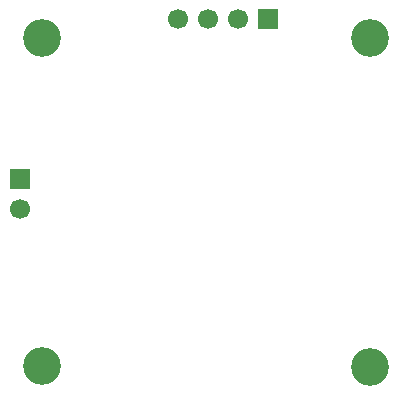
<source format=gbr>
%TF.GenerationSoftware,KiCad,Pcbnew,9.0.3-9.0.3-0~ubuntu24.04.1*%
%TF.CreationDate,2025-12-01T14:44:41+02:00*%
%TF.ProjectId,Induction_Meassure,496e6475-6374-4696-9f6e-5f4d65617373,rev?*%
%TF.SameCoordinates,Original*%
%TF.FileFunction,Soldermask,Bot*%
%TF.FilePolarity,Negative*%
%FSLAX46Y46*%
G04 Gerber Fmt 4.6, Leading zero omitted, Abs format (unit mm)*
G04 Created by KiCad (PCBNEW 9.0.3-9.0.3-0~ubuntu24.04.1) date 2025-12-01 14:44:41*
%MOMM*%
%LPD*%
G01*
G04 APERTURE LIST*
%ADD10C,3.200000*%
%ADD11R,1.700000X1.700000*%
%ADD12C,1.700000*%
G04 APERTURE END LIST*
D10*
%TO.C,H3*%
X182600000Y-67000000D03*
%TD*%
%TO.C,H1*%
X182600000Y-94800000D03*
%TD*%
%TO.C,H4*%
X154800000Y-67000000D03*
%TD*%
%TO.C,H2*%
X154800000Y-94700000D03*
%TD*%
D11*
%TO.C,J2*%
X152900000Y-78900000D03*
D12*
X152900000Y-81440000D03*
%TD*%
D11*
%TO.C,J1*%
X173900000Y-65400000D03*
D12*
X171360000Y-65400000D03*
X168820000Y-65400000D03*
X166280000Y-65400000D03*
%TD*%
M02*

</source>
